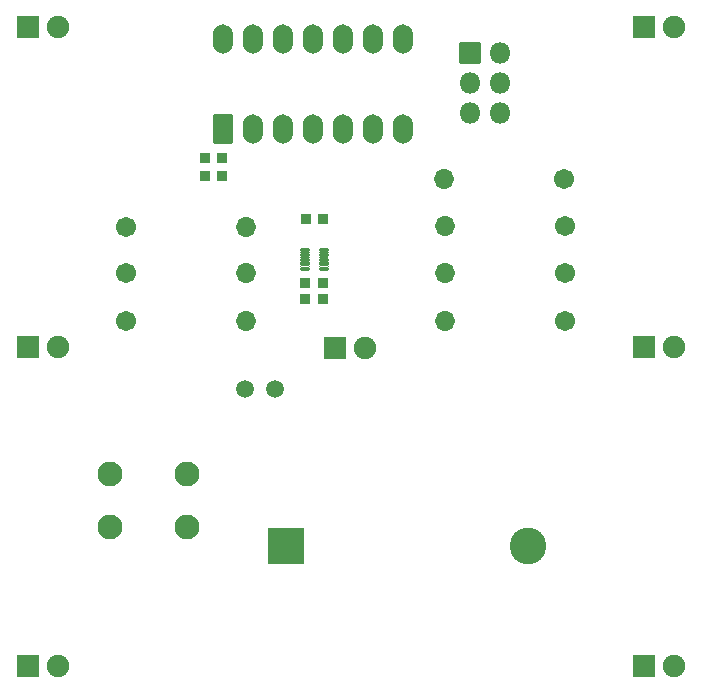
<source format=gbr>
G04 #@! TF.GenerationSoftware,KiCad,Pcbnew,(6.0.1-0)*
G04 #@! TF.CreationDate,2022-09-26T15:25:48+02:00*
G04 #@! TF.ProjectId,avrCubeRev2,61767243-7562-4655-9265-76322e6b6963,rev?*
G04 #@! TF.SameCoordinates,Original*
G04 #@! TF.FileFunction,Soldermask,Bot*
G04 #@! TF.FilePolarity,Negative*
%FSLAX46Y46*%
G04 Gerber Fmt 4.6, Leading zero omitted, Abs format (unit mm)*
G04 Created by KiCad (PCBNEW (6.0.1-0)) date 2022-09-26 15:25:48*
%MOMM*%
%LPD*%
G01*
G04 APERTURE LIST*
G04 Aperture macros list*
%AMRoundRect*
0 Rectangle with rounded corners*
0 $1 Rounding radius*
0 $2 $3 $4 $5 $6 $7 $8 $9 X,Y pos of 4 corners*
0 Add a 4 corners polygon primitive as box body*
4,1,4,$2,$3,$4,$5,$6,$7,$8,$9,$2,$3,0*
0 Add four circle primitives for the rounded corners*
1,1,$1+$1,$2,$3*
1,1,$1+$1,$4,$5*
1,1,$1+$1,$6,$7*
1,1,$1+$1,$8,$9*
0 Add four rect primitives between the rounded corners*
20,1,$1+$1,$2,$3,$4,$5,0*
20,1,$1+$1,$4,$5,$6,$7,0*
20,1,$1+$1,$6,$7,$8,$9,0*
20,1,$1+$1,$8,$9,$2,$3,0*%
G04 Aperture macros list end*
%ADD10RoundRect,0.051000X-0.900000X-0.900000X0.900000X-0.900000X0.900000X0.900000X-0.900000X0.900000X0*%
%ADD11C,1.902000*%
%ADD12C,1.702000*%
%ADD13O,1.702000X1.702000*%
%ADD14C,2.102000*%
%ADD15RoundRect,0.051000X-0.850000X-0.850000X0.850000X-0.850000X0.850000X0.850000X-0.850000X0.850000X0*%
%ADD16O,1.802000X1.802000*%
%ADD17RoundRect,0.051000X0.800000X-1.200000X0.800000X1.200000X-0.800000X1.200000X-0.800000X-1.200000X0*%
%ADD18O,1.702000X2.502000*%
%ADD19RoundRect,0.051000X-1.500000X-1.500000X1.500000X-1.500000X1.500000X1.500000X-1.500000X1.500000X0*%
%ADD20C,3.102000*%
%ADD21C,1.502000*%
%ADD22RoundRect,0.051000X-0.375000X0.400000X-0.375000X-0.400000X0.375000X-0.400000X0.375000X0.400000X0*%
%ADD23RoundRect,0.051000X-0.400000X-0.375000X0.400000X-0.375000X0.400000X0.375000X-0.400000X0.375000X0*%
%ADD24RoundRect,0.051000X-0.350000X-0.125000X0.350000X-0.125000X0.350000X0.125000X-0.350000X0.125000X0*%
G04 APERTURE END LIST*
D10*
X53594000Y-65659000D03*
D11*
X56134000Y-65659000D03*
D10*
X105791000Y-65659000D03*
D11*
X108331000Y-65659000D03*
D10*
X105791000Y-92710000D03*
D11*
X108331000Y-92710000D03*
D10*
X105791000Y-119761000D03*
D11*
X108331000Y-119761000D03*
D12*
X61900000Y-82572000D03*
D13*
X72060000Y-82572000D03*
D12*
X98958000Y-78500000D03*
D13*
X88798000Y-78500000D03*
D12*
X61900000Y-86500000D03*
D13*
X72060000Y-86500000D03*
D12*
X99100000Y-86500000D03*
D13*
X88940000Y-86500000D03*
D12*
X61900000Y-90572000D03*
D13*
X72060000Y-90572000D03*
D12*
X99100000Y-90500000D03*
D13*
X88940000Y-90500000D03*
D14*
X67079000Y-103505000D03*
X60579000Y-103505000D03*
X60579000Y-108005000D03*
X67079000Y-108005000D03*
D15*
X91059000Y-67818000D03*
D16*
X93599000Y-67818000D03*
X91059000Y-70358000D03*
X93599000Y-70358000D03*
X91059000Y-72898000D03*
X93599000Y-72898000D03*
D17*
X70104000Y-74295000D03*
D18*
X72644000Y-74295000D03*
X75184000Y-74295000D03*
X77724000Y-74295000D03*
X80264000Y-74295000D03*
X82804000Y-74295000D03*
X85344000Y-74295000D03*
X85344000Y-66675000D03*
X82804000Y-66675000D03*
X80264000Y-66675000D03*
X77724000Y-66675000D03*
X75184000Y-66675000D03*
X72644000Y-66675000D03*
X70104000Y-66675000D03*
D10*
X53594000Y-119761000D03*
D11*
X56134000Y-119761000D03*
D19*
X75438000Y-109601000D03*
D20*
X95928000Y-109601000D03*
D12*
X99100000Y-82500000D03*
D13*
X88940000Y-82500000D03*
D10*
X79629000Y-92837000D03*
D11*
X82169000Y-92837000D03*
D10*
X53594000Y-92710000D03*
D11*
X56134000Y-92710000D03*
D21*
X72000000Y-96250000D03*
X74540000Y-96250000D03*
D22*
X68603000Y-76750000D03*
X68603000Y-78250000D03*
X70000000Y-76750000D03*
X70000000Y-78250000D03*
D23*
X77050000Y-87300000D03*
X78550000Y-87300000D03*
X77050000Y-88697000D03*
X78550000Y-88697000D03*
D24*
X77051000Y-86144000D03*
X77051000Y-85744000D03*
X77051000Y-85344000D03*
X77051000Y-84944000D03*
X77051000Y-84544000D03*
X78651000Y-84544000D03*
X78651000Y-84944000D03*
X78651000Y-85344000D03*
X78651000Y-85744000D03*
X78651000Y-86144000D03*
D23*
X77101000Y-81915000D03*
X78601000Y-81915000D03*
G36*
X77446425Y-85892850D02*
G01*
X77446593Y-85894125D01*
X77443331Y-85910528D01*
X77444631Y-85911669D01*
X77444646Y-85912909D01*
X77435603Y-85941791D01*
X77445350Y-85974986D01*
X77444878Y-85976929D01*
X77443821Y-85977511D01*
X77443356Y-85977604D01*
X77446592Y-85993873D01*
X77445949Y-85995767D01*
X77443987Y-85996157D01*
X77442967Y-85995374D01*
X77435620Y-85984380D01*
X77419738Y-85973767D01*
X77400801Y-85970000D01*
X76701199Y-85970000D01*
X76682262Y-85973767D01*
X76666380Y-85984380D01*
X76659032Y-85995376D01*
X76657238Y-85996261D01*
X76655575Y-85995150D01*
X76655407Y-85993875D01*
X76658669Y-85977472D01*
X76657369Y-85976331D01*
X76657354Y-85975091D01*
X76666397Y-85946209D01*
X76656650Y-85913014D01*
X76657122Y-85911071D01*
X76658179Y-85910489D01*
X76658644Y-85910396D01*
X76655408Y-85894127D01*
X76656051Y-85892233D01*
X76658013Y-85891843D01*
X76659033Y-85892626D01*
X76666380Y-85903620D01*
X76682262Y-85914233D01*
X76701199Y-85918000D01*
X77400801Y-85918000D01*
X77419738Y-85914233D01*
X77435620Y-85903620D01*
X77442968Y-85892624D01*
X77444762Y-85891739D01*
X77446425Y-85892850D01*
G37*
G36*
X79046425Y-85892850D02*
G01*
X79046593Y-85894125D01*
X79043331Y-85910528D01*
X79044631Y-85911669D01*
X79044646Y-85912909D01*
X79035603Y-85941791D01*
X79045350Y-85974986D01*
X79044878Y-85976929D01*
X79043821Y-85977511D01*
X79043356Y-85977604D01*
X79046592Y-85993873D01*
X79045949Y-85995767D01*
X79043987Y-85996157D01*
X79042967Y-85995374D01*
X79035620Y-85984380D01*
X79019738Y-85973767D01*
X79000801Y-85970000D01*
X78301199Y-85970000D01*
X78282262Y-85973767D01*
X78266380Y-85984380D01*
X78259032Y-85995376D01*
X78257238Y-85996261D01*
X78255575Y-85995150D01*
X78255407Y-85993875D01*
X78258669Y-85977472D01*
X78257369Y-85976331D01*
X78257354Y-85975091D01*
X78266397Y-85946209D01*
X78256650Y-85913014D01*
X78257122Y-85911071D01*
X78258179Y-85910489D01*
X78258644Y-85910396D01*
X78255408Y-85894127D01*
X78256051Y-85892233D01*
X78258013Y-85891843D01*
X78259033Y-85892626D01*
X78266380Y-85903620D01*
X78282262Y-85914233D01*
X78301199Y-85918000D01*
X79000801Y-85918000D01*
X79019738Y-85914233D01*
X79035620Y-85903620D01*
X79042968Y-85892624D01*
X79044762Y-85891739D01*
X79046425Y-85892850D01*
G37*
G36*
X79046425Y-85492850D02*
G01*
X79046593Y-85494125D01*
X79043331Y-85510528D01*
X79044631Y-85511669D01*
X79044646Y-85512909D01*
X79035603Y-85541791D01*
X79045350Y-85574986D01*
X79044878Y-85576929D01*
X79043821Y-85577511D01*
X79043356Y-85577604D01*
X79046592Y-85593873D01*
X79045949Y-85595767D01*
X79043987Y-85596157D01*
X79042967Y-85595374D01*
X79035620Y-85584380D01*
X79019738Y-85573767D01*
X79000801Y-85570000D01*
X78301199Y-85570000D01*
X78282262Y-85573767D01*
X78266380Y-85584380D01*
X78259032Y-85595376D01*
X78257238Y-85596261D01*
X78255575Y-85595150D01*
X78255407Y-85593875D01*
X78258669Y-85577472D01*
X78257369Y-85576331D01*
X78257354Y-85575091D01*
X78266397Y-85546209D01*
X78256650Y-85513014D01*
X78257122Y-85511071D01*
X78258179Y-85510489D01*
X78258644Y-85510396D01*
X78255408Y-85494127D01*
X78256051Y-85492233D01*
X78258013Y-85491843D01*
X78259033Y-85492626D01*
X78266380Y-85503620D01*
X78282262Y-85514233D01*
X78301199Y-85518000D01*
X79000801Y-85518000D01*
X79019738Y-85514233D01*
X79035620Y-85503620D01*
X79042968Y-85492624D01*
X79044762Y-85491739D01*
X79046425Y-85492850D01*
G37*
G36*
X77446425Y-85492850D02*
G01*
X77446593Y-85494125D01*
X77443331Y-85510528D01*
X77444631Y-85511669D01*
X77444646Y-85512909D01*
X77435603Y-85541791D01*
X77445350Y-85574986D01*
X77444878Y-85576929D01*
X77443821Y-85577511D01*
X77443356Y-85577604D01*
X77446592Y-85593873D01*
X77445949Y-85595767D01*
X77443987Y-85596157D01*
X77442967Y-85595374D01*
X77435620Y-85584380D01*
X77419738Y-85573767D01*
X77400801Y-85570000D01*
X76701199Y-85570000D01*
X76682262Y-85573767D01*
X76666380Y-85584380D01*
X76659032Y-85595376D01*
X76657238Y-85596261D01*
X76655575Y-85595150D01*
X76655407Y-85593875D01*
X76658669Y-85577472D01*
X76657369Y-85576331D01*
X76657354Y-85575091D01*
X76666397Y-85546209D01*
X76656650Y-85513014D01*
X76657122Y-85511071D01*
X76658179Y-85510489D01*
X76658644Y-85510396D01*
X76655408Y-85494127D01*
X76656051Y-85492233D01*
X76658013Y-85491843D01*
X76659033Y-85492626D01*
X76666380Y-85503620D01*
X76682262Y-85514233D01*
X76701199Y-85518000D01*
X77400801Y-85518000D01*
X77419738Y-85514233D01*
X77435620Y-85503620D01*
X77442968Y-85492624D01*
X77444762Y-85491739D01*
X77446425Y-85492850D01*
G37*
G36*
X79046425Y-85092850D02*
G01*
X79046593Y-85094125D01*
X79043331Y-85110528D01*
X79044631Y-85111669D01*
X79044646Y-85112909D01*
X79035603Y-85141791D01*
X79045350Y-85174986D01*
X79044878Y-85176929D01*
X79043821Y-85177511D01*
X79043356Y-85177604D01*
X79046592Y-85193873D01*
X79045949Y-85195767D01*
X79043987Y-85196157D01*
X79042967Y-85195374D01*
X79035620Y-85184380D01*
X79019738Y-85173767D01*
X79000801Y-85170000D01*
X78301199Y-85170000D01*
X78282262Y-85173767D01*
X78266380Y-85184380D01*
X78259032Y-85195376D01*
X78257238Y-85196261D01*
X78255575Y-85195150D01*
X78255407Y-85193875D01*
X78258669Y-85177472D01*
X78257369Y-85176331D01*
X78257354Y-85175091D01*
X78266397Y-85146209D01*
X78256650Y-85113014D01*
X78257122Y-85111071D01*
X78258179Y-85110489D01*
X78258644Y-85110396D01*
X78255408Y-85094127D01*
X78256051Y-85092233D01*
X78258013Y-85091843D01*
X78259033Y-85092626D01*
X78266380Y-85103620D01*
X78282262Y-85114233D01*
X78301199Y-85118000D01*
X79000801Y-85118000D01*
X79019738Y-85114233D01*
X79035620Y-85103620D01*
X79042968Y-85092624D01*
X79044762Y-85091739D01*
X79046425Y-85092850D01*
G37*
G36*
X77446425Y-85092850D02*
G01*
X77446593Y-85094125D01*
X77443331Y-85110528D01*
X77444631Y-85111669D01*
X77444646Y-85112909D01*
X77435603Y-85141791D01*
X77445350Y-85174986D01*
X77444878Y-85176929D01*
X77443821Y-85177511D01*
X77443356Y-85177604D01*
X77446592Y-85193873D01*
X77445949Y-85195767D01*
X77443987Y-85196157D01*
X77442967Y-85195374D01*
X77435620Y-85184380D01*
X77419738Y-85173767D01*
X77400801Y-85170000D01*
X76701199Y-85170000D01*
X76682262Y-85173767D01*
X76666380Y-85184380D01*
X76659032Y-85195376D01*
X76657238Y-85196261D01*
X76655575Y-85195150D01*
X76655407Y-85193875D01*
X76658669Y-85177472D01*
X76657369Y-85176331D01*
X76657354Y-85175091D01*
X76666397Y-85146209D01*
X76656650Y-85113014D01*
X76657122Y-85111071D01*
X76658179Y-85110489D01*
X76658644Y-85110396D01*
X76655408Y-85094127D01*
X76656051Y-85092233D01*
X76658013Y-85091843D01*
X76659033Y-85092626D01*
X76666380Y-85103620D01*
X76682262Y-85114233D01*
X76701199Y-85118000D01*
X77400801Y-85118000D01*
X77419738Y-85114233D01*
X77435620Y-85103620D01*
X77442968Y-85092624D01*
X77444762Y-85091739D01*
X77446425Y-85092850D01*
G37*
G36*
X77446425Y-84692850D02*
G01*
X77446593Y-84694125D01*
X77443331Y-84710528D01*
X77444631Y-84711669D01*
X77444646Y-84712909D01*
X77435603Y-84741791D01*
X77445350Y-84774986D01*
X77444878Y-84776929D01*
X77443821Y-84777511D01*
X77443356Y-84777604D01*
X77446592Y-84793873D01*
X77445949Y-84795767D01*
X77443987Y-84796157D01*
X77442967Y-84795374D01*
X77435620Y-84784380D01*
X77419738Y-84773767D01*
X77400801Y-84770000D01*
X76701199Y-84770000D01*
X76682262Y-84773767D01*
X76666380Y-84784380D01*
X76659032Y-84795376D01*
X76657238Y-84796261D01*
X76655575Y-84795150D01*
X76655407Y-84793875D01*
X76658669Y-84777472D01*
X76657369Y-84776331D01*
X76657354Y-84775091D01*
X76666397Y-84746209D01*
X76656650Y-84713014D01*
X76657122Y-84711071D01*
X76658179Y-84710489D01*
X76658644Y-84710396D01*
X76655408Y-84694127D01*
X76656051Y-84692233D01*
X76658013Y-84691843D01*
X76659033Y-84692626D01*
X76666380Y-84703620D01*
X76682262Y-84714233D01*
X76701199Y-84718000D01*
X77400801Y-84718000D01*
X77419738Y-84714233D01*
X77435620Y-84703620D01*
X77442968Y-84692624D01*
X77444762Y-84691739D01*
X77446425Y-84692850D01*
G37*
G36*
X79046425Y-84692850D02*
G01*
X79046593Y-84694125D01*
X79043331Y-84710528D01*
X79044631Y-84711669D01*
X79044646Y-84712909D01*
X79035603Y-84741791D01*
X79045350Y-84774986D01*
X79044878Y-84776929D01*
X79043821Y-84777511D01*
X79043356Y-84777604D01*
X79046592Y-84793873D01*
X79045949Y-84795767D01*
X79043987Y-84796157D01*
X79042967Y-84795374D01*
X79035620Y-84784380D01*
X79019738Y-84773767D01*
X79000801Y-84770000D01*
X78301199Y-84770000D01*
X78282262Y-84773767D01*
X78266380Y-84784380D01*
X78259032Y-84795376D01*
X78257238Y-84796261D01*
X78255575Y-84795150D01*
X78255407Y-84793875D01*
X78258669Y-84777472D01*
X78257369Y-84776331D01*
X78257354Y-84775091D01*
X78266397Y-84746209D01*
X78256650Y-84713014D01*
X78257122Y-84711071D01*
X78258179Y-84710489D01*
X78258644Y-84710396D01*
X78255408Y-84694127D01*
X78256051Y-84692233D01*
X78258013Y-84691843D01*
X78259033Y-84692626D01*
X78266380Y-84703620D01*
X78282262Y-84714233D01*
X78301199Y-84718000D01*
X79000801Y-84718000D01*
X79019738Y-84714233D01*
X79035620Y-84703620D01*
X79042968Y-84692624D01*
X79044762Y-84691739D01*
X79046425Y-84692850D01*
G37*
M02*

</source>
